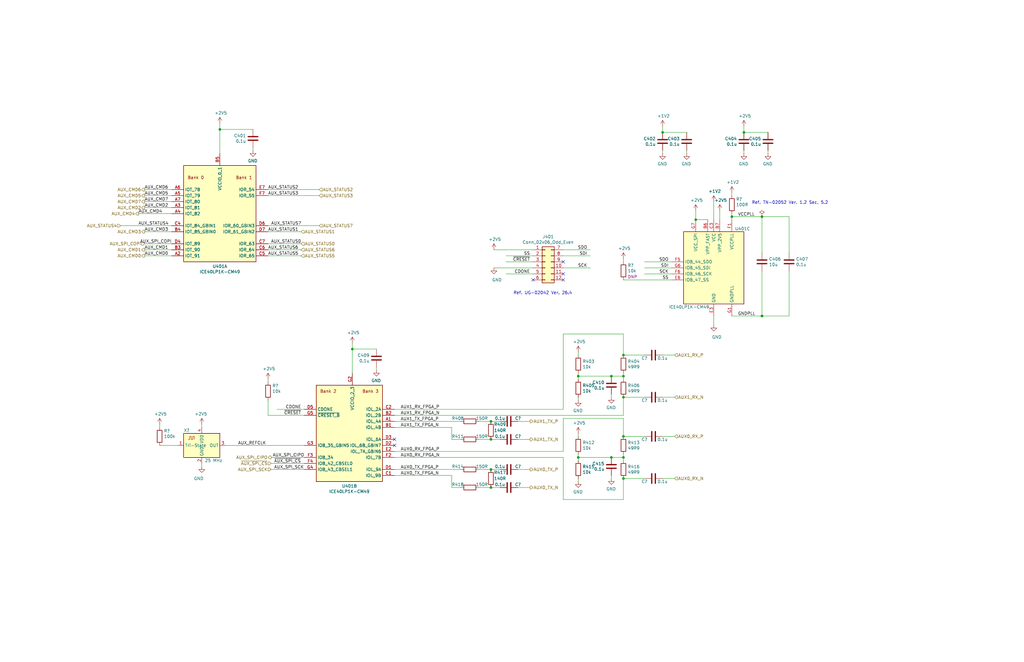
<source format=kicad_sch>
(kicad_sch (version 20230121) (generator eeschema)
  (paper "USLedger")
  (title_block (title "Gimlet Management Network Bringup") (date "2021-02-18") (rev "1") (company "Oxide Computer") (comment 1 "Oxide P/N: 230-0000003"))
  (lib_symbols
    (symbol "Oxide_FPGA_Lattice:ICE40LP1K-CM49"
      (property "Reference" "U" (at -13.97 21.59 0))
      (property "Value" "ICE40LP1K-CM49" (at 10.16 21.59 0))
      (symbol "ICE40LP1K-CM49_1_0"
        (text "Bank 0" (at -10.16 15.24 0) (effects (font (size 1.27 1.27))))
        (text "Bank 1" (at 10.16 15.24 0) (effects (font (size 1.27 1.27))))
      )
      (symbol "ICE40LP1K-CM49_1_1"
        (rectangle (start -15.24 20.32) (end 15.24 -20.32) (stroke (width 0.254)) (fill (type background)))
        (pin bidirectional line (at -20.32 -17.78 0) (length 5.08) (name "IOT_91") (number "A2"))
        (pin bidirectional line (at -20.32 2.54 0) (length 5.08) (name "IOT_81") (number "A3"))
        (pin bidirectional line (at -20.32 0 0) (length 5.08) (name "IOT_82") (number "A4"))
        (pin bidirectional line (at -20.32 7.62 0) (length 5.08) (name "IOT_79") (number "A5"))
        (pin bidirectional line (at -20.32 10.16 0) (length 5.08) (name "IOT_78") (number "A6"))
        (pin bidirectional line (at -20.32 5.08 0) (length 5.08) (name "IOT_80") (number "A7"))
        (pin bidirectional line (at -20.32 -15.24 0) (length 5.08) (name "IOT_90") (number "B3"))
        (pin bidirectional line (at -20.32 -7.62 0) (length 5.08) (name "IOT_85_GBIN0") (number "B4"))
        (pin power_in line (at 0 25.4 270) (length 5.08) (name "VCCIO_0_1") (number "B5"))
        (pin bidirectional line (at -20.32 -5.08 0) (length 5.08) (name "IOT_84_GBIN1") (number "C4"))
        (pin bidirectional line (at 20.32 -17.78 180) (length 5.08) (name "IOR_65") (number "C5"))
        (pin bidirectional line (at 20.32 -15.24 180) (length 5.08) (name "IOR_64") (number "C6"))
        (pin bidirectional line (at 20.32 -12.7 180) (length 5.08) (name "IOR_63") (number "C7"))
        (pin bidirectional line (at -20.32 -12.7 0) (length 5.08) (name "IOT_89") (number "D4"))
        (pin bidirectional line (at 20.32 -5.08 180) (length 5.08) (name "IOR_60_GBIN3") (number "D6"))
        (pin bidirectional line (at 20.32 -7.62 180) (length 5.08) (name "IOR_61_GBIN2") (number "D7"))
        (pin bidirectional line (at 20.32 10.16 180) (length 5.08) (name "IOR_54") (number "E7"))
        (pin bidirectional line (at 20.32 7.62 180) (length 5.08) (name "IOR_55") (number "F7"))
      )
      (symbol "ICE40LP1K-CM49_2_0"
        (rectangle (start -15.24 20.32) (end 12.7 -20.32) (stroke (width 0.254)) (fill (type background)))
        (text "Bank 2" (at -10.16 17.78 0) (effects (font (size 1.27 1.27))))
        (text "Bank 3" (at 7.62 17.78 0) (effects (font (size 1.27 1.27))))
      )
      (symbol "ICE40LP1K-CM49_2_1"
        (pin bidirectional line (at 17.78 5.08 180) (length 5.08) (name "IOL_4A") (number "A1"))
        (pin bidirectional line (at 17.78 2.54 180) (length 5.08) (name "IOL_4B") (number "B1"))
        (pin bidirectional line (at 17.78 7.62 180) (length 5.08) (name "IOL_2B") (number "B2"))
        (pin bidirectional line (at 17.78 -17.78 180) (length 5.08) (name "IOL_9B") (number "C1"))
        (pin bidirectional line (at 17.78 10.16 180) (length 5.08) (name "IOL_2A") (number "C2"))
        (pin bidirectional line (at 17.78 -15.24 180) (length 5.08) (name "IOL_9A") (number "D1"))
        (pin bidirectional line (at 17.78 -5.08 180) (length 5.08) (name "IOL_6B_GBIN7") (number "D2"))
        (pin bidirectional line (at 17.78 -2.54 180) (length 5.08) (name "IOL_6A") (number "D3"))
        (pin open_collector line (at -20.32 10.16 0) (length 5.08) (name "CDONE") (number "D5"))
        (pin bidirectional line (at 17.78 -7.62 180) (length 5.08) (name "IOL_7A_GBIN6") (number "E2"))
        (pin bidirectional line (at 17.78 -10.16 180) (length 5.08) (name "IOL_7B") (number "F2"))
        (pin bidirectional line (at -20.32 -10.16 0) (length 5.08) (name "IOB_34") (number "F3"))
        (pin bidirectional line (at -20.32 -12.7 0) (length 5.08) (name "IOB_42_CBSEL0") (number "F4"))
        (pin power_in line (at 0 25.4 270) (length 5.08) (name "VCCIO_2_3") (number "G2"))
        (pin bidirectional line (at -20.32 -5.08 0) (length 5.08) (name "IOB_35_GBIN5") (number "G3"))
        (pin bidirectional line (at -20.32 -15.24 0) (length 5.08) (name "IOB_43_CBSEL1") (number "G4"))
        (pin input line (at -20.32 7.62 0) (length 5.08) (name "~{CRESET_B}") (number "G5"))
      )
      (symbol "ICE40LP1K-CM49_3_0"
        (rectangle (start -12.7 15.24) (end 12.7 -15.24) (stroke (width 0.254)) (fill (type background)))
      )
      (symbol "ICE40LP1K-CM49_3_1"
        (pin power_in line (at -2.54 20.32 270) (length 5.08) (name "VPP_FAST") (number "B6"))
        (pin power_in line (at 2.54 20.32 270) (length 5.08) (name "VPP_2V5") (number "B7"))
        (pin power_in line (at 0 20.32 270) (length 5.08) (name "VCC") (number "C3"))
        (pin passive line (at 0 20.32 270) (length 5.08) hide (name "VCC") (number "E1"))
        (pin power_in line (at 0 -20.32 90) (length 5.08) (name "GND") (number "E3"))
        (pin passive line (at 0 -20.32 90) (length 5.08) hide (name "GND") (number "E4"))
        (pin passive line (at 0 -20.32 90) (length 5.08) hide (name "GND") (number "E5"))
        (pin bidirectional line (at -17.78 -5.08 0) (length 5.08) (name "IOB_47_SS") (number "E6"))
        (pin power_in line (at 7.62 20.32 270) (length 5.08) (name "VCCPLL") (number "F1"))
        (pin bidirectional line (at -17.78 2.54 0) (length 5.08) (name "IOB_44_SDO") (number "F5"))
        (pin bidirectional line (at -17.78 -2.54 0) (length 5.08) (name "IOB_46_SCK") (number "F6"))
        (pin power_out line (at 7.62 -20.32 90) (length 5.08) (name "GNDPLL") (number "G1"))
        (pin bidirectional line (at -17.78 0 0) (length 5.08) (name "IOB_45_SDI") (number "G6"))
        (pin power_in line (at -7.62 20.32 270) (length 5.08) (name "VCC_SPI") (number "G7"))
      )
    )
    (symbol "gimlet-mgmt-bringup-rescue:+1V2-power" (power) (pin_names (offset 0))
      (property "Value" "+1V2-power" (at 0 3.556 0))
      (symbol "+1V2-power_0_1"
        (polyline (pts (xy -0.762 1.27) (xy 0 2.54)))
        (polyline (pts (xy 0 0) (xy 0 2.54)))
        (polyline (pts (xy 0 2.54) (xy 0.762 1.27)))
      )
      (symbol "+1V2-power_1_1"
        (pin power_in line (at 0 0 90) (length 0) hide (name "+1V2") (number "1"))
      )
    )
    (symbol "gimlet-mgmt-bringup-rescue:+2V5-power" (power) (pin_names (offset 0))
      (property "Value" "+2V5-power" (at 0 3.556 0))
      (symbol "+2V5-power_0_1"
        (polyline (pts (xy -0.762 1.27) (xy 0 2.54)))
        (polyline (pts (xy 0 0) (xy 0 2.54)))
        (polyline (pts (xy 0 2.54) (xy 0.762 1.27)))
      )
      (symbol "+2V5-power_1_1"
        (pin power_in line (at 0 0 90) (length 0) hide (name "+2V5") (number "1"))
      )
    )
    (symbol "gimlet-mgmt-bringup-rescue:ASCO-Oscillator"
      (property "Reference" "X" (at -7.62 6.35 0))
      (property "Value" "Oscillator_ASCO" (at 1.27 -6.35 0))
      (symbol "ASCO-Oscillator_0_1"
        (rectangle (start -7.62 5.08) (end 7.62 -5.08) (stroke (width 0.254)) (fill (type background)))
        (polyline (pts (xy -5.715 2.54) (xy -5.08 2.54) (xy -5.08 3.81) (xy -4.445 3.81) (xy -4.445 2.54) (xy -3.81 2.54) (xy -3.81 3.81) (xy -3.175 3.81) (xy -3.175 2.54)))
      )
      (symbol "ASCO-Oscillator_1_1"
        (pin tri_state line (at -10.16 0 0) (length 2.54) (name "Tri-State") (number "1"))
        (pin power_in line (at 0 -7.62 90) (length 2.54) (name "GND") (number "2"))
        (pin output line (at 10.16 0 180) (length 2.54) (name "OUT") (number "3"))
        (pin power_in line (at 0 7.62 270) (length 2.54) (name "VDD") (number "4"))
      )
    )
    (symbol "gimlet-mgmt-bringup-rescue:C-Device" (pin_numbers hide) (pin_names (offset 0.254))
      (property "Reference" "C" (at 0.635 2.54 0))
      (property "Value" "Device_C" (at 0.635 -2.54 0))
      (symbol "C-Device_0_1"
        (polyline (pts (xy -2.032 -0.762) (xy 2.032 -0.762)) (stroke (width 0.508)))
        (polyline (pts (xy -2.032 0.762) (xy 2.032 0.762)) (stroke (width 0.508)))
      )
      (symbol "C-Device_1_1"
        (pin passive line (at 0 3.81 270) (length 2.794) (name "~") (number "1"))
        (pin passive line (at 0 -3.81 90) (length 2.794) (name "~") (number "2"))
      )
    )
    (symbol "gimlet-mgmt-bringup-rescue:Conn_02x06_Top_Bottom-Connector_Generic" (pin_names (offset 1.016) hide)
      (property "Reference" "J" (at 1.27 7.62 0))
      (property "Value" "Connector_Generic_Conn_02x06_Top_Bottom" (at 1.27 -10.16 0))
      (symbol "Conn_02x06_Top_Bottom-Connector_Generic_1_1"
        (rectangle (start -1.27 -7.493) (end 0 -7.747) (stroke (width 0.1524)))
        (rectangle (start -1.27 -4.953) (end 0 -5.207) (stroke (width 0.1524)))
        (rectangle (start -1.27 -2.413) (end 0 -2.667) (stroke (width 0.1524)))
        (rectangle (start -1.27 0.127) (end 0 -0.127) (stroke (width 0.1524)))
        (rectangle (start -1.27 2.667) (end 0 2.413) (stroke (width 0.1524)))
        (rectangle (start -1.27 5.207) (end 0 4.953) (stroke (width 0.1524)))
        (rectangle (start -1.27 6.35) (end 3.81 -8.89) (stroke (width 0.254)) (fill (type background)))
        (rectangle (start 3.81 -7.493) (end 2.54 -7.747) (stroke (width 0.1524)))
        (rectangle (start 3.81 -4.953) (end 2.54 -5.207) (stroke (width 0.1524)))
        (rectangle (start 3.81 -2.413) (end 2.54 -2.667) (stroke (width 0.1524)))
        (rectangle (start 3.81 0.127) (end 2.54 -0.127) (stroke (width 0.1524)))
        (rectangle (start 3.81 2.667) (end 2.54 2.413) (stroke (width 0.1524)))
        (rectangle (start 3.81 5.207) (end 2.54 4.953) (stroke (width 0.1524)))
        (pin passive line (at -5.08 5.08 0) (length 3.81) (name "Pin_1") (number "1"))
        (pin passive line (at 7.62 -2.54 180) (length 3.81) (name "Pin_10") (number "10"))
        (pin passive line (at 7.62 -5.08 180) (length 3.81) (name "Pin_11") (number "11"))
        (pin passive line (at 7.62 -7.62 180) (length 3.81) (name "Pin_12") (number "12"))
        (pin passive line (at -5.08 2.54 0) (length 3.81) (name "Pin_2") (number "2"))
        (pin passive line (at -5.08 0 0) (length 3.81) (name "Pin_3") (number "3"))
        (pin passive line (at -5.08 -2.54 0) (length 3.81) (name "Pin_4") (number "4"))
        (pin passive line (at -5.08 -5.08 0) (length 3.81) (name "Pin_5") (number "5"))
        (pin passive line (at -5.08 -7.62 0) (length 3.81) (name "Pin_6") (number "6"))
        (pin passive line (at 7.62 5.08 180) (length 3.81) (name "Pin_7") (number "7"))
        (pin passive line (at 7.62 2.54 180) (length 3.81) (name "Pin_8") (number "8"))
        (pin passive line (at 7.62 0 180) (length 3.81) (name "Pin_9") (number "9"))
      )
    )
    (symbol "gimlet-mgmt-bringup-rescue:GND-power" (power) (pin_names (offset 0))
      (property "Value" "GND-power" (at 0 -3.81 0))
      (symbol "GND-power_0_1"
        (polyline (pts (xy 0 0) (xy 0 -1.27) (xy 1.27 -1.27) (xy 0 -2.54) (xy -1.27 -1.27) (xy 0 -1.27)))
      )
      (symbol "GND-power_1_1"
        (pin power_in line (at 0 0 270) (length 0) hide (name "GND") (number "1"))
      )
    )
    (symbol "gimlet-mgmt-bringup-rescue:PWR_FLAG-power" (power) (pin_numbers hide) (pin_names (offset 0) hide)
      (property "Value" "PWR_FLAG-power" (at 0 3.81 0))
      (symbol "PWR_FLAG-power_0_0"
        (pin power_out line (at 0 0 90) (length 0) (name "pwr") (number "1"))
      )
      (symbol "PWR_FLAG-power_0_1"
        (polyline (pts (xy 0 0) (xy 0 1.27) (xy -1.016 1.905) (xy 0 2.54) (xy 1.016 1.905) (xy 0 1.27)))
      )
    )
    (symbol "gimlet-mgmt-bringup-rescue:R-Device" (pin_numbers hide) (pin_names (offset 0))
      (property "Reference" "R" (at 2.032 0 90))
      (property "Value" "Device_R" (at 0 0 90))
      (symbol "R-Device_0_1"
        (rectangle (start -1.016 -2.54) (end 1.016 2.54) (stroke (width 0.254)))
      )
      (symbol "R-Device_1_1"
        (pin passive line (at 0 3.81 270) (length 1.27) (name "~") (number "1"))
        (pin passive line (at 0 -3.81 90) (length 1.27) (name "~") (number "2"))
      )
    )
  )
  (junction (at 243.84 158.75))
  (junction (at 207.01 198.12))
  (junction (at 262.89 201.93))
  (junction (at 262.89 167.64))
  (junction (at 262.89 158.75))
  (junction (at 207.01 185.42))
  (junction (at 308.61 91.44))
  (junction (at 321.31 133.35))
  (junction (at 257.81 158.75))
  (junction (at 243.84 193.04))
  (junction (at 262.89 149.86))
  (junction (at 92.71 54.61))
  (junction (at 148.59 147.32))
  (junction (at 257.81 193.04))
  (junction (at 207.01 205.74))
  (junction (at 262.89 184.15))
  (junction (at 279.4 55.88))
  (junction (at 262.89 193.04))
  (junction (at 293.37 92.71))
  (junction (at 313.69 55.88))
  (junction (at 321.31 91.44))
  (junction (at 207.01 177.8))
  (no_connect (at 166.37 187.96))
  (no_connect (at 237.49 118.11))
  (no_connect (at 224.79 118.11))
  (no_connect (at 237.49 115.57))
  (no_connect (at 237.49 110.49))
  (no_connect (at 166.37 185.42))
  (wire (pts (xy 321.31 91.44) (xy 332.74 91.44)))
  (wire (pts (xy 243.84 168.91) (xy 243.84 167.64)))
  (wire (pts (xy 113.03 107.95) (xy 127 107.95)))
  (wire (pts (xy 237.49 210.82) (xy 262.89 210.82)))
  (wire (pts (xy 308.61 82.55) (xy 308.61 81.28)))
  (wire (pts (xy 237.49 172.72) (xy 237.49 140.97)))
  (wire (pts (xy 308.61 91.44) (xy 308.61 90.17)))
  (wire (pts (xy 248.92 113.03) (xy 237.49 113.03)))
  (wire (pts (xy 308.61 91.44) (xy 321.31 91.44)))
  (wire (pts (xy 113.03 97.79) (xy 127 97.79)))
  (wire (pts (xy 243.84 184.15) (xy 243.84 182.88)))
  (wire (pts (xy 213.36 107.95) (xy 224.79 107.95)))
  (wire (pts (xy 262.89 110.49) (xy 262.89 109.22)))
  (wire (pts (xy 201.93 205.74) (xy 207.01 205.74)))
  (wire (pts (xy 60.96 107.95) (xy 72.39 107.95)))
  (wire (pts (xy 128.27 195.58) (xy 114.3 195.58)))
  (wire (pts (xy 237.49 193.04) (xy 237.49 210.82)))
  (wire (pts (xy 321.31 133.35) (xy 308.61 133.35)))
  (wire (pts (xy 279.4 55.88) (xy 289.56 55.88)))
  (wire (pts (xy 58.42 90.17) (xy 72.39 90.17)))
  (wire (pts (xy 166.37 190.5) (xy 237.49 190.5)))
  (wire (pts (xy 243.84 193.04) (xy 243.84 191.77)))
  (wire (pts (xy 262.89 193.04) (xy 262.89 194.31)))
  (wire (pts (xy 92.71 52.07) (xy 92.71 54.61)))
  (wire (pts (xy 313.69 55.88) (xy 323.85 55.88)))
  (wire (pts (xy 308.61 92.71) (xy 308.61 91.44)))
  (wire (pts (xy 223.52 185.42) (xy 218.44 185.42)))
  (wire (pts (xy 114.3 193.04) (xy 128.27 193.04)))
  (wire (pts (xy 262.89 176.53) (xy 262.89 184.15)))
  (wire (pts (xy 289.56 64.77) (xy 289.56 63.5)))
  (wire (pts (xy 128.27 172.72) (xy 116.84 172.72)))
  (wire (pts (xy 332.74 133.35) (xy 332.74 114.3)))
  (wire (pts (xy 208.28 113.03) (xy 224.79 113.03)))
  (wire (pts (xy 106.68 63.5) (xy 106.68 62.23)))
  (wire (pts (xy 207.01 198.12) (xy 210.82 198.12)))
  (wire (pts (xy 284.48 167.64) (xy 279.4 167.64)))
  (wire (pts (xy 262.89 158.75) (xy 262.89 160.02)))
  (wire (pts (xy 190.5 180.34) (xy 190.5 185.42)))
  (wire (pts (xy 298.45 92.71) (xy 293.37 92.71)))
  (wire (pts (xy 166.37 180.34) (xy 190.5 180.34)))
  (wire (pts (xy 321.31 91.44) (xy 321.31 106.68)))
  (wire (pts (xy 148.59 147.32) (xy 148.59 157.48)))
  (wire (pts (xy 293.37 92.71) (xy 293.37 88.9)))
  (wire (pts (xy 85.09 196.85) (xy 85.09 195.58)))
  (wire (pts (xy 262.89 175.26) (xy 262.89 167.64)))
  (wire (pts (xy 60.96 80.01) (xy 72.39 80.01)))
  (wire (pts (xy 166.37 200.66) (xy 190.5 200.66)))
  (wire (pts (xy 60.96 85.09) (xy 72.39 85.09)))
  (wire (pts (xy 257.81 167.64) (xy 257.81 166.37)))
  (wire (pts (xy 166.37 177.8) (xy 194.31 177.8)))
  (wire (pts (xy 257.81 193.04) (xy 262.89 193.04)))
  (wire (pts (xy 300.99 92.71) (xy 300.99 85.09)))
  (wire (pts (xy 243.84 203.2) (xy 243.84 201.93)))
  (wire (pts (xy 60.96 97.79) (xy 72.39 97.79)))
  (wire (pts (xy 127 102.87) (xy 113.03 102.87)))
  (wire (pts (xy 323.85 64.77) (xy 323.85 63.5)))
  (wire (pts (xy 148.59 147.32) (xy 148.59 144.78)))
  (wire (pts (xy 60.96 87.63) (xy 72.39 87.63)))
  (wire (pts (xy 208.28 105.41) (xy 224.79 105.41)))
  (wire (pts (xy 243.84 158.75) (xy 243.84 157.48)))
  (wire (pts (xy 158.75 156.21) (xy 158.75 154.94)))
  (wire (pts (xy 166.37 172.72) (xy 237.49 172.72)))
  (wire (pts (xy 262.89 118.11) (xy 283.21 118.11)))
  (wire (pts (xy 158.75 147.32) (xy 148.59 147.32)))
  (wire (pts (xy 243.84 160.02) (xy 243.84 158.75)))
  (wire (pts (xy 262.89 167.64) (xy 271.78 167.64)))
  (wire (pts (xy 262.89 210.82) (xy 262.89 201.93)))
  (wire (pts (xy 92.71 54.61) (xy 92.71 64.77)))
  (wire (pts (xy 283.21 110.49) (xy 271.78 110.49)))
  (wire (pts (xy 279.4 149.86) (xy 284.48 149.86)))
  (wire (pts (xy 113.03 161.29) (xy 113.03 160.02)))
  (wire (pts (xy 237.49 107.95) (xy 248.92 107.95)))
  (wire (pts (xy 213.36 110.49) (xy 224.79 110.49)))
  (wire (pts (xy 134.62 82.55) (xy 113.03 82.55)))
  (wire (pts (xy 283.21 115.57) (xy 271.78 115.57)))
  (wire (pts (xy 201.93 177.8) (xy 207.01 177.8)))
  (wire (pts (xy 262.89 191.77) (xy 262.89 193.04)))
  (wire (pts (xy 134.62 95.25) (xy 113.03 95.25)))
  (wire (pts (xy 60.96 105.41) (xy 72.39 105.41)))
  (wire (pts (xy 218.44 198.12) (xy 223.52 198.12)))
  (wire (pts (xy 262.89 149.86) (xy 271.78 149.86)))
  (wire (pts (xy 332.74 91.44) (xy 332.74 106.68)))
  (wire (pts (xy 237.49 190.5) (xy 237.49 176.53)))
  (wire (pts (xy 166.37 193.04) (xy 237.49 193.04)))
  (wire (pts (xy 257.81 158.75) (xy 262.89 158.75)))
  (wire (pts (xy 60.96 102.87) (xy 72.39 102.87)))
  (wire (pts (xy 85.09 180.34) (xy 85.09 179.07)))
  (wire (pts (xy 207.01 177.8) (xy 210.82 177.8)))
  (wire (pts (xy 279.4 184.15) (xy 284.48 184.15)))
  (wire (pts (xy 67.31 180.34) (xy 67.31 179.07)))
  (wire (pts (xy 166.37 198.12) (xy 194.31 198.12)))
  (wire (pts (xy 279.4 64.77) (xy 279.4 63.5)))
  (wire (pts (xy 113.03 175.26) (xy 113.03 168.91)))
  (wire (pts (xy 262.89 201.93) (xy 271.78 201.93)))
  (wire (pts (xy 201.93 198.12) (xy 207.01 198.12)))
  (wire (pts (xy 313.69 64.77) (xy 313.69 63.5)))
  (wire (pts (xy 243.84 193.04) (xy 257.81 193.04)))
  (wire (pts (xy 134.62 80.01) (xy 113.03 80.01)))
  (wire (pts (xy 300.99 137.16) (xy 300.99 133.35)))
  (wire (pts (xy 67.31 187.96) (xy 74.93 187.96)))
  (wire (pts (xy 321.31 133.35) (xy 332.74 133.35)))
  (wire (pts (xy 207.01 205.74) (xy 210.82 205.74)))
  (wire (pts (xy 321.31 114.3) (xy 321.31 133.35)))
  (wire (pts (xy 237.49 140.97) (xy 262.89 140.97)))
  (wire (pts (xy 113.03 105.41) (xy 127 105.41)))
  (wire (pts (xy 284.48 201.93) (xy 279.4 201.93)))
  (wire (pts (xy 243.84 149.86) (xy 243.84 148.59)))
  (wire (pts (xy 201.93 185.42) (xy 207.01 185.42)))
  (wire (pts (xy 271.78 113.03) (xy 283.21 113.03)))
  (wire (pts (xy 207.01 185.42) (xy 210.82 185.42)))
  (wire (pts (xy 237.49 176.53) (xy 262.89 176.53)))
  (wire (pts (xy 262.89 140.97) (xy 262.89 149.86)))
  (wire (pts (xy 243.84 194.31) (xy 243.84 193.04)))
  (wire (pts (xy 113.03 175.26) (xy 128.27 175.26)))
  (wire (pts (xy 257.81 201.93) (xy 257.81 200.66)))
  (wire (pts (xy 60.96 82.55) (xy 72.39 82.55)))
  (wire (pts (xy 190.5 185.42) (xy 194.31 185.42)))
  (wire (pts (xy 243.84 158.75) (xy 257.81 158.75)))
  (wire (pts (xy 303.53 88.9) (xy 303.53 92.71)))
  (wire (pts (xy 279.4 55.88) (xy 279.4 53.34)))
  (wire (pts (xy 262.89 157.48) (xy 262.89 158.75)))
  (wire (pts (xy 313.69 55.88) (xy 313.69 53.34)))
  (wire (pts (xy 166.37 175.26) (xy 262.89 175.26)))
  (wire (pts (xy 50.8 95.25) (xy 72.39 95.25)))
  (wire (pts (xy 95.25 187.96) (xy 128.27 187.96)))
  (wire (pts (xy 106.68 54.61) (xy 92.71 54.61)))
  (wire (pts (xy 190.5 200.66) (xy 190.5 205.74)))
  (wire (pts (xy 224.79 115.57) (xy 213.36 115.57)))
  (wire (pts (xy 248.92 105.41) (xy 237.49 105.41)))
  (wire (pts (xy 223.52 205.74) (xy 218.44 205.74)))
  (wire (pts (xy 218.44 177.8) (xy 223.52 177.8)))
  (wire (pts (xy 128.27 198.12) (xy 114.3 198.12)))
  (wire (pts (xy 262.89 184.15) (xy 271.78 184.15)))
  (wire (pts (xy 190.5 205.74) (xy 194.31 205.74)))
  (text "Ref. TN-02052 Ver. 1.2 Sec. 5.2" (at 349.25 86.36 0) (effects (font (size 1.27 1.27)) (justify right bottom)))
  (text "Ref. UG-02042 Ver. 26.4" (at 241.3 124.46 0) (effects (font (size 1.27 1.27)) (justify right bottom)))
  (label "AUX0_RX_FPGA_P" (at 168.91 190.5 0))
  (label "~{CRESET}" (at 127 175.26 180))
  (label "AUX1_RX_FPGA_N" (at 168.91 175.26 0))
  (label "AUX_CMD6" (at 60.96 80.01 0))
  (label "AUX_CMD3" (at 60.96 97.79 0))
  (label "AUX_CMD7" (at 60.96 85.09 0))
  (label "GNDPLL" (at 311.15 133.35 0))
  (label "SCK" (at 281.94 115.57 180))
  (label "AUX1_TX_FPGA_P" (at 168.91 177.8 0))
  (label "CDONE" (at 223.52 115.57 180))
  (label "AUX1_RX_FPGA_P" (at 168.91 172.72 0))
  (label "AUX_STATUS6" (at 113.03 105.41 0))
  (label "AUX_STATUS4" (at 71.12 95.25 180))
  (label "AUX_STATUS5" (at 113.03 107.95 0))
  (label "AUX_REFCLK" (at 100.33 187.96 0))
  (label "AUX1_TX_FPGA_N" (at 168.91 180.34 0))
  (label "VCCPLL" (at 311.15 91.44 0))
  (label "AUX0_TX_FPGA_P" (at 168.91 198.12 0))
  (label "SDO" (at 247.65 105.41 180))
  (label "SDI" (at 247.65 107.95 180))
  (label "AUX0_RX_FPGA_N" (at 168.91 193.04 0))
  (label "AUX_STATUS2" (at 113.03 80.01 0))
  (label "AUX_CMD5" (at 60.96 82.55 0))
  (label "SS" (at 281.94 118.11 180))
  (label "SDI" (at 281.94 113.03 180))
  (label "AUX_SPI_CIPO" (at 128.27 193.04 180))
  (label "AUX_STATUS7" (at 114.3 95.25 0))
  (label "AUX_CMD1" (at 60.96 105.41 0))
  (label "AUX_STATUS3" (at 113.03 82.55 0))
  (label "AUX_CMD4" (at 58.42 90.17 0))
  (label "~{AUX_SPI_CS}" (at 115.57 195.58 0))
  (label "AUX_SPI_COPI" (at 72.39 102.87 180))
  (label "AUX_CMD2" (at 60.96 87.63 0))
  (label "SDO" (at 281.94 110.49 180))
  (label "AUX_STATUS1" (at 113.03 97.79 0))
  (label "AUX_SPI_SCK" (at 115.57 198.12 0))
  (label "AUX_CMD0" (at 60.96 107.95 0))
  (label "CDONE" (at 127 172.72 180))
  (label "AUX0_TX_FPGA_N" (at 168.91 200.66 0))
  (label "AUX_STATUS0" (at 127 102.87 180))
  (label "SCK" (at 247.65 113.03 180))
  (label "~{CRESET}" (at 223.52 110.49 180))
  (label "SS" (at 223.52 107.95 180))
  (hierarchical_label "AUX_CMD1" (shape output) (at 60.96 105.41 180))
  (hierarchical_label "AUX0_RX_N" (shape input) (at 284.48 201.93 0))
  (hierarchical_label "AUX_CMD2" (shape output) (at 60.96 87.63 180))
  (hierarchical_label "AUX1_RX_P" (shape input) (at 284.48 149.86 0))
  (hierarchical_label "AUX1_RX_N" (shape input) (at 284.48 167.64 0))
  (hierarchical_label "AUX_SPI_COPI" (shape input) (at 60.96 102.87 180))
  (hierarchical_label "AUX_CMD3" (shape output) (at 60.96 97.79 180))
  (hierarchical_label "AUX0_RX_P" (shape input) (at 284.48 184.15 0))
  (hierarchical_label "AUX_STATUS5" (shape input) (at 127 107.95 0))
  (hierarchical_label "AUX_STATUS3" (shape input) (at 134.62 82.55 0))
  (hierarchical_label "AUX_CMD4" (shape output) (at 58.42 90.17 180))
  (hierarchical_label "AUX_STATUS2" (shape input) (at 134.62 80.01 0))
  (hierarchical_label "AUX_SPI_SCK" (shape input) (at 114.3 198.12 180))
  (hierarchical_label "AUX_STATUS6" (shape input) (at 127 105.41 0))
  (hierarchical_label "AUX_CMD0" (shape output) (at 60.96 107.95 180))
  (hierarchical_label "AUX_CMD6" (shape output) (at 60.96 80.01 180))
  (hierarchical_label "AUX_CMD5" (shape output) (at 60.96 82.55 180))
  (hierarchical_label "AUX1_TX_P" (shape output) (at 223.52 177.8 0))
  (hierarchical_label "AUX_STATUS0" (shape input) (at 127 102.87 0))
  (hierarchical_label "AUX_STATUS7" (shape input) (at 134.62 95.25 0))
  (hierarchical_label "AUX_CMD7" (shape output) (at 60.96 85.09 180))
  (hierarchical_label "AUX_STATUS1" (shape input) (at 127 97.79 0))
  (hierarchical_label "~{AUX_SPI_CS}" (shape input) (at 114.3 195.58 180))
  (hierarchical_label "AUX_STATUS4" (shape input) (at 50.8 95.25 180))
  (hierarchical_label "AUX1_TX_N" (shape output) (at 223.52 185.42 0))
  (hierarchical_label "AUX_SPI_CIPO" (shape output) (at 114.3 193.04 180))
  (hierarchical_label "AUX0_TX_P" (shape output) (at 223.52 198.12 0))
  (hierarchical_label "AUX0_TX_N" (shape output) (at 223.52 205.74 0))
  (symbol (lib_id "Oxide_FPGA_Lattice:ICE40LP1K-CM49") (at 92.71 90.17 0) (unit 1)
    (property "Reference" "U401" (at 92.71 112.395 0))
    (property "Value" "ICE40LP1K-CM49" (at 92.71 114.7064 0))
    (property "Footprint" "Package_BGA:UCBGA-49_3x3mm_Layout7x7_P0.4mm" (effects hide))
    (property "Datasheet" "http://www.latticesemi.com/Products/FPGAandCPLD/iCE40" (effects hide))
    (property "MPN" "ICE40LP1K-CM49" (effects hide))
    (property "CPN" "221-0000051" (effects hide))
    (property "Mfg" "Lattice Semiconductor" (effects hide))
  )
  (symbol (lib_id "Oxide_FPGA_Lattice:ICE40LP1K-CM49") (at 148.59 182.88 0) (unit 2)
    (property "Reference" "U401" (at 147.32 205.105 0))
    (property "Value" "ICE40LP1K-CM49" (at 147.32 207.4164 0))
    (property "Footprint" "Package_BGA:UCBGA-49_3x3mm_Layout7x7_P0.4mm" (effects hide))
    (property "Datasheet" "http://www.latticesemi.com/Products/FPGAandCPLD/iCE40" (effects hide))
    (property "MPN" "ICE40LP1K-CM49" (effects hide))
    (property "CPN" "221-0000051" (effects hide))
    (property "Mfg" "Lattice Semiconductor" (effects hide))
  )
  (symbol (lib_id "Oxide_FPGA_Lattice:ICE40LP1K-CM49") (at 300.99 113.03 0) (unit 3)
    (property "Reference" "U401" (at 309.88 96.52 0) (effects (justify left)))
    (property "Value" "ICE40LP1K-CM49" (at 281.94 129.54 0) (effects (justify left)))
    (property "Footprint" "Package_BGA:UCBGA-49_3x3mm_Layout7x7_P0.4mm" (effects hide))
    (property "Datasheet" "http://www.latticesemi.com/Products/FPGAandCPLD/iCE40" (effects hide))
    (property "MPN" "ICE40LP1K-CM49" (effects hide))
    (property "CPN" "221-0000051" (effects hide))
    (property "Mfg" "Lattice Semiconductor" (effects hide))
  )
  (symbol (lib_id "gimlet-mgmt-bringup-rescue:R-Device") (at 198.12 185.42 270) (unit 1)
    (property "Reference" "R411" (at 193.04 184.15 90))
    (property "Value" "150R" (at 203.2 184.15 90))
    (property "Footprint" "Resistor_SMD:R_0603_1608Metric" (effects hide))
    (property "MPN" "CR0603-FX-1500ELF" (effects hide))
    (property "Tolerance" "1%" (effects hide))
    (property "CPN" "232-0000094" (effects hide))
    (property "Mfg" "Bourns" (effects hide))
  )
  (symbol (lib_id "gimlet-mgmt-bringup-rescue:R-Device") (at 198.12 177.8 270) (unit 1)
    (property "Reference" "R408" (at 193.04 176.53 90))
    (property "Value" "150R" (at 203.2 176.53 90))
    (property "Footprint" "Resistor_SMD:R_0603_1608Metric" (effects hide))
    (property "MPN" "CR0603-FX-1500ELF" (effects hide))
    (property "Tolerance" "1%" (effects hide))
    (property "CPN" "232-0000094" (effects hide))
    (property "Mfg" "Bourns" (effects hide))
  )
  (symbol (lib_id "gimlet-mgmt-bringup-rescue:R-Device") (at 207.01 181.61 0) (unit 1)
    (property "Reference" "R409" (at 208.28 179.07 0) (effects (justify left)))
    (property "Value" "140R" (at 208.28 181.61 0) (effects (justify left)))
    (property "Footprint" "Resistor_SMD:R_0603_1608Metric" (effects hide))
    (property "MPN" "CR0603-FX-1400ELF" (effects hide))
    (property "Tolerance" "1%" (effects hide))
    (property "CPN" "232-0000093" (effects hide))
    (property "Mfg" "Bourns" (effects hide))
  )
  (symbol (lib_id "gimlet-mgmt-bringup-rescue:GND-power") (at 300.99 137.16 0) (unit 1)
    (property "Reference" "#PWR0416" (effects hide))
    (property "Value" "GND" (at 302.26 142.24 0))
    (instances (project "gimlet-mgmt-bringup" (path "" (reference "#PWR0416") (unit 1)) (path "" (reference "#PWR?") (unit 1))))
  )
  (symbol (lib_id "gimlet-mgmt-bringup-rescue:+2V5-power") (at 148.59 144.78 0) (unit 1)
    (property "Reference" "#PWR0417" (effects hide))
    (property "Value" "+2V5" (at 148.971 140.3858 0))
    (instances (project "gimlet-mgmt-bringup" (path "" (reference "#PWR0417") (unit 1)) (path "" (reference "#PWR?") (unit 1))))
  )
  (symbol (lib_id "gimlet-mgmt-bringup-rescue:+2V5-power") (at 92.71 52.07 0) (unit 1)
    (property "Reference" "#PWR0401" (effects hide))
    (property "Value" "+2V5" (at 93.091 47.6758 0))
    (instances (project "gimlet-mgmt-bringup" (path "" (reference "#PWR0401") (unit 1)) (path "" (reference "#PWR?") (unit 1))))
  )
  (symbol (lib_id "gimlet-mgmt-bringup-rescue:+1V2-power") (at 308.61 81.28 0) (unit 1)
    (property "Reference" "#PWR0409" (effects hide))
    (property "Value" "+1V2" (at 308.991 76.8858 0))
    (instances (project "gimlet-mgmt-bringup" (path "" (reference "#PWR0409") (unit 1)) (path "" (reference "#PWR?") (unit 1))))
  )
  (symbol (lib_id "gimlet-mgmt-bringup-rescue:+1V2-power") (at 300.99 85.09 0) (unit 1)
    (property "Reference" "#PWR0410" (effects hide))
    (property "Value" "+1V2" (at 301.371 80.6958 0))
    (instances (project "gimlet-mgmt-bringup" (path "" (reference "#PWR0410") (unit 1)) (path "" (reference "#PWR?") (unit 1))))
  )
  (symbol (lib_id "gimlet-mgmt-bringup-rescue:+2V5-power") (at 303.53 88.9 0) (unit 1)
    (property "Reference" "#PWR0412" (effects hide))
    (property "Value" "+2V5" (at 303.911 84.5058 0))
    (instances (project "gimlet-mgmt-bringup" (path "" (reference "#PWR0412") (unit 1)) (path "" (reference "#PWR?") (unit 1))))
  )
  (symbol (lib_id "gimlet-mgmt-bringup-rescue:+2V5-power") (at 293.37 88.9 0) (unit 1)
    (property "Reference" "#PWR0411" (effects hide))
    (property "Value" "+2V5" (at 293.751 84.5058 0))
    (instances (project "gimlet-mgmt-bringup" (path "" (reference "#PWR0411") (unit 1)) (path "" (reference "#PWR?") (unit 1))))
  )
  (symbol (lib_id "gimlet-mgmt-bringup-rescue:C-Device") (at 321.31 110.49 0) (unit 1)
    (property "Reference" "C406" (at 324.231 109.3216 0) (effects (justify left)))
    (property "Value" "10u" (at 324.231 111.633 0) (effects (justify left)))
    (property "Footprint" "Capacitor_SMD:C_0805_2012Metric" (effects hide))
    (property "MPN" "C0805C106K3PACTU" (effects hide))
    (property "CPN" "212-0000155" (effects hide))
    (property "Mfg" "Kemet" (effects hide))
    (instances (project "gimlet-mgmt-bringup" (path "" (reference "C406") (unit 1)) (path "" (reference "C?") (unit 1))))
  )
  (symbol (lib_id "gimlet-mgmt-bringup-rescue:C-Device") (at 332.74 110.49 0) (unit 1)
    (property "Reference" "C407" (at 335.661 109.3216 0) (effects (justify left)))
    (property "Value" "0.1u" (at 335.661 111.633 0) (effects (justify left)))
    (property "Footprint" "Capacitor_SMD:C_0603_1608Metric" (effects hide))
    (property "MPN" "C0603C104K4PACTU " (effects hide))
    (property "CPN" "212-0000047" (effects hide))
    (property "Mfg" "Kemet" (effects hide))
    (instances (project "gimlet-mgmt-bringup" (path "" (reference "C407") (unit 1)) (path "" (reference "C?") (unit 1))))
  )
  (symbol (lib_id "gimlet-mgmt-bringup-rescue:R-Device") (at 308.61 86.36 0) (unit 1)
    (property "Reference" "R?" (at 310.388 84.0486 0) (effects (justify left)))
    (property "Value" "100R" (at 310.388 86.36 0) (effects (justify left)))
    (property "Footprint" "Resistor_SMD:R_0603_1608Metric" (effects hide))
    (property "MPN" "CR0603-JW-101ELF" (effects hide))
    (property "CPN" "232-0000035" (effects hide))
    (property "Mfg" "Bourns" (effects hide))
    (instances (project "gimlet-mgmt-bringup" (path "" (reference "R?") (unit 1)) (path "" (reference "R?") (unit 1)) (path "" (reference "R401") (unit 1))))
  )
  (symbol (lib_id "gimlet-mgmt-bringup-rescue:Conn_02x06_Top_Bottom-Connector_Generic") (at 229.87 110.49 0) (unit 1)
    (property "Reference" "J401" (at 231.14 99.8982 0))
    (property "Value" "Conn_02x06_Odd_Even" (at 231.14 102.2096 0))
    (property "Footprint" "Connector_PinHeader_2.54mm:PinHeader_2x06_P2.54mm_Vertical" (effects hide))
    (property "MPN" "77313-118-12LF" (effects hide))
    (property "CPN" "215-0000050" (effects hide))
    (property "Mfg" "Amphenol FCI" (effects hide))
  )
  (symbol (lib_id "gimlet-mgmt-bringup-rescue:GND-power") (at 208.28 113.03 0) (unit 1)
    (property "Reference" "#PWR0415" (effects hide))
    (property "Value" "GND" (at 209.55 118.11 0))
    (instances (project "gimlet-mgmt-bringup" (path "" (reference "#PWR0415") (unit 1)) (path "" (reference "#PWR?") (unit 1))))
  )
  (symbol (lib_id "gimlet-mgmt-bringup-rescue:+2V5-power") (at 208.28 105.41 0) (unit 1)
    (property "Reference" "#PWR0413" (effects hide))
    (property "Value" "+2V5" (at 208.661 101.0158 0))
    (instances (project "gimlet-mgmt-bringup" (path "" (reference "#PWR0413") (unit 1)) (path "" (reference "#PWR?") (unit 1))))
  )
  (symbol (lib_id "gimlet-mgmt-bringup-rescue:R-Device") (at 262.89 114.3 0) (unit 1)
    (property "Reference" "R?" (at 264.668 111.9886 0) (effects (justify left)))
    (property "Value" "10k" (at 264.668 114.3 0) (effects (justify left)))
    (property "Footprint" "Resistor_SMD:R_0603_1608Metric" (effects hide))
    (property "MPN" "CR0603-JW-103ELF" (effects hide))
    (property "Config" "DNP" (at 266.7 116.84 0))
    (property "CPN" "232-0000024" (effects hide))
    (property "Mfg" "Bourns" (effects hide))
    (instances (project "gimlet-mgmt-bringup" (path "" (reference "R?") (unit 1)) (path "" (reference "R?") (unit 1)) (path "" (reference "R402") (unit 1))))
  )
  (symbol (lib_id "gimlet-mgmt-bringup-rescue:+2V5-power") (at 262.89 109.22 0) (unit 1)
    (property "Reference" "#PWR0414" (effects hide))
    (property "Value" "+2V5" (at 263.271 104.8258 0))
    (instances (project "gimlet-mgmt-bringup" (path "" (reference "#PWR0414") (unit 1)) (path "" (reference "#PWR?") (unit 1))))
  )
  (symbol (lib_id "gimlet-mgmt-bringup-rescue:C-Device") (at 313.69 59.69 0) (mirror y) (unit 1)
    (property "Reference" "C404" (at 310.769 58.5216 0) (effects (justify left)))
    (property "Value" "0.1u" (at 310.769 60.833 0) (effects (justify left)))
    (property "Footprint" "Capacitor_SMD:C_0603_1608Metric" (effects hide))
    (property "MPN" "C0603C104K4PACTU " (effects hide))
    (property "CPN" "212-0000047" (effects hide))
    (property "Mfg" "Kemet" (effects hide))
    (instances (project "gimlet-mgmt-bringup" (path "" (reference "C404") (unit 1)) (path "" (reference "C?") (unit 1))))
  )
  (symbol (lib_id "gimlet-mgmt-bringup-rescue:GND-power") (at 313.69 64.77 0) (mirror y) (unit 1)
    (property "Reference" "#PWR0407" (effects hide))
    (property "Value" "GND" (at 313.563 69.1642 0))
    (instances (project "gimlet-mgmt-bringup" (path "" (reference "#PWR0407") (unit 1)) (path "" (reference "#PWR?") (unit 1))))
  )
  (symbol (lib_id "gimlet-mgmt-bringup-rescue:C-Device") (at 323.85 59.69 0) (mirror y) (unit 1)
    (property "Reference" "C405" (at 320.929 58.5216 0) (effects (justify left)))
    (property "Value" "0.1u" (at 320.929 60.833 0) (effects (justify left)))
    (property "Footprint" "Capacitor_SMD:C_0603_1608Metric" (effects hide))
    (property "MPN" "C0603C104K4PACTU " (effects hide))
    (property "CPN" "212-0000047" (effects hide))
    (property "Mfg" "Kemet" (effects hide))
    (instances (project "gimlet-mgmt-bringup" (path "" (reference "C405") (unit 1)) (path "" (reference "C?") (unit 1))))
  )
  (symbol (lib_id "gimlet-mgmt-bringup-rescue:GND-power") (at 323.85 64.77 0) (mirror y) (unit 1)
    (property "Reference" "#PWR0408" (effects hide))
    (property "Value" "GND" (at 323.723 69.1642 0))
    (instances (project "gimlet-mgmt-bringup" (path "" (reference "#PWR0408") (unit 1)) (path "" (reference "#PWR?") (unit 1))))
  )
  (symbol (lib_id "gimlet-mgmt-bringup-rescue:C-Device") (at 279.4 59.69 0) (mirror y) (unit 1)
    (property "Reference" "C402" (at 276.479 58.5216 0) (effects (justify left)))
    (property "Value" "0.1u" (at 276.479 60.833 0) (effects (justify left)))
    (property "Footprint" "Capacitor_SMD:C_0603_1608Metric" (effects hide))
    (property "MPN" "C0603C104K4PACTU " (effects hide))
    (property "CPN" "212-0000047" (effects hide))
    (property "Mfg" "Kemet" (effects hide))
    (instances (project "gimlet-mgmt-bringup" (path "" (reference "C402") (unit 1)) (path "" (reference "C?") (unit 1))))
  )
  (symbol (lib_id "gimlet-mgmt-bringup-rescue:GND-power") (at 279.4 64.77 0) (mirror y) (unit 1)
    (property "Reference" "#PWR0405" (effects hide))
    (property "Value" "GND" (at 279.273 69.1642 0))
    (instances (project "gimlet-mgmt-bringup" (path "" (reference "#PWR0405") (unit 1)) (path "" (reference "#PWR?") (unit 1))))
  )
  (symbol (lib_id "gimlet-mgmt-bringup-rescue:C-Device") (at 289.56 59.69 0) (mirror y) (unit 1)
    (property "Reference" "C403" (at 286.639 58.5216 0) (effects (justify left)))
    (property "Value" "0.1u" (at 286.639 60.833 0) (effects (justify left)))
    (property "Footprint" "Capacitor_SMD:C_0603_1608Metric" (effects hide))
    (property "MPN" "C0603C104K4PACTU " (effects hide))
    (property "CPN" "212-0000047" (effects hide))
    (property "Mfg" "Kemet" (effects hide))
    (instances (project "gimlet-mgmt-bringup" (path "" (reference "C403") (unit 1)) (path "" (reference "C?") (unit 1))))
  )
  (symbol (lib_id "gimlet-mgmt-bringup-rescue:GND-power") (at 289.56 64.77 0) (mirror y) (unit 1)
    (property "Reference" "#PWR0406" (effects hide))
    (property "Value" "GND" (at 289.433 69.1642 0))
    (instances (project "gimlet-mgmt-bringup" (path "" (reference "#PWR0406") (unit 1)) (path "" (reference "#PWR?") (unit 1))))
  )
  (symbol (lib_id "gimlet-mgmt-bringup-rescue:+2V5-power") (at 313.69 53.34 0) (unit 1)
    (property "Reference" "#PWR0403" (effects hide))
    (property "Value" "+2V5" (at 314.071 48.9458 0))
    (instances (project "gimlet-mgmt-bringup" (path "" (reference "#PWR0403") (unit 1)) (path "" (reference "#PWR?") (unit 1))))
  )
  (symbol (lib_id "gimlet-mgmt-bringup-rescue:+1V2-power") (at 279.4 53.34 0) (unit 1)
    (property "Reference" "#PWR0402" (effects hide))
    (property "Value" "+1V2" (at 279.781 48.9458 0))
    (instances (project "gimlet-mgmt-bringup" (path "" (reference "#PWR0402") (unit 1)) (path "" (reference "#PWR?") (unit 1))))
  )
  (symbol (lib_id "gimlet-mgmt-bringup-rescue:R-Device") (at 198.12 205.74 270) (unit 1)
    (property "Reference" "R418" (at 193.04 204.47 90))
    (property "Value" "150R" (at 203.2 204.47 90))
    (property "Footprint" "Resistor_SMD:R_0603_1608Metric" (effects hide))
    (property "MPN" "CR0603-FX-1500ELF" (effects hide))
    (property "Tolerance" "1%" (effects hide))
    (property "CPN" "232-0000094" (effects hide))
    (property "Mfg" "Bourns" (effects hide))
  )
  (symbol (lib_id "gimlet-mgmt-bringup-rescue:R-Device") (at 198.12 198.12 270) (unit 1)
    (property "Reference" "R414" (at 193.04 196.85 90))
    (property "Value" "150R" (at 203.2 196.85 90))
    (property "Footprint" "Resistor_SMD:R_0603_1608Metric" (effects hide))
    (property "MPN" "CR0603-FX-1500ELF" (effects hide))
    (property "Tolerance" "1%" (effects hide))
    (property "CPN" "232-0000094" (effects hide))
    (property "Mfg" "Bourns" (effects hide))
  )
  (symbol (lib_id "gimlet-mgmt-bringup-rescue:R-Device") (at 207.01 201.93 0) (unit 1)
    (property "Reference" "R417" (at 208.28 199.39 0) (effects (justify left)))
    (property "Value" "140R" (at 208.28 201.93 0) (effects (justify left)))
    (property "Footprint" "Resistor_SMD:R_0603_1608Metric" (effects hide))
    (property "MPN" "CR0603-FX-1400ELF" (effects hide))
    (property "Tolerance" "1%" (effects hide))
    (property "CPN" "232-0000093" (effects hide))
    (property "Mfg" "Bourns" (effects hide))
  )
  (symbol (lib_id "gimlet-mgmt-bringup-rescue:C-Device") (at 275.59 149.86 270) (mirror x) (unit 1)
    (property "Reference" "C?" (at 271.78 151.13 90))
    (property "Value" "0.1u" (at 279.4 151.13 90))
    (property "Footprint" "Capacitor_SMD:C_0603_1608Metric" (effects hide))
    (property "MPN" "C0603C104K4PACTU " (effects hide))
    (property "CPN" "212-0000047" (effects hide))
    (property "Mfg" "Kemet" (effects hide))
    (instances (project "gimlet-mgmt-bringup" (path "" (reference "C?") (unit 1)) (path "" (reference "C408") (unit 1)) (path "" (reference "C?") (unit 1)) (path "" (reference "C?") (unit 1))))
  )
  (symbol (lib_id "gimlet-mgmt-bringup-rescue:C-Device") (at 275.59 167.64 270) (mirror x) (unit 1)
    (property "Reference" "C?" (at 271.78 168.91 90))
    (property "Value" "0.1u" (at 279.4 168.91 90))
    (property "Footprint" "Capacitor_SMD:C_0603_1608Metric" (effects hide))
    (property "MPN" "C0603C104K4PACTU " (effects hide))
    (property "CPN" "212-0000047" (effects hide))
    (property "Mfg" "Kemet" (effects hide))
    (instances (project "gimlet-mgmt-bringup" (path "" (reference "C?") (unit 1)) (path "" (reference "C411") (unit 1)) (path "" (reference "C?") (unit 1)) (path "" (reference "C?") (unit 1))))
  )
  (symbol (lib_id "gimlet-mgmt-bringup-rescue:R-Device") (at 262.89 153.67 0) (unit 1)
    (property "Reference" "R404" (at 264.668 152.5016 0) (effects (justify left)))
    (property "Value" "49R9" (at 264.668 154.813 0) (effects (justify left)))
    (property "Footprint" "Resistor_SMD:R_0603_1608Metric" (effects hide))
    (property "MPN" "CR0603-FX-49R9ELF" (effects hide))
    (property "Tolerance" "1%" (effects hide))
    (property "CPN" "232-0000029" (effects hide))
    (property "Mfg" "Bourns" (effects hide))
    (instances (project "gimlet-mgmt-bringup" (path "" (reference "R404") (unit 1)) (path "" (reference "R?") (unit 1))))
  )
  (symbol (lib_id "gimlet-mgmt-bringup-rescue:C-Device") (at 214.63 177.8 90) (mirror x) (unit 1)
    (property "Reference" "C?" (at 218.44 176.53 90))
    (property "Value" "0.1u" (at 210.82 176.53 90))
    (property "Footprint" "Capacitor_SMD:C_0603_1608Metric" (effects hide))
    (property "MPN" "C0603C104K4PACTU " (effects hide))
    (property "CPN" "212-0000047" (effects hide))
    (property "Mfg" "Kemet" (effects hide))
    (instances (project "gimlet-mgmt-bringup" (path "" (reference "C?") (unit 1)) (path "" (reference "C412") (unit 1)) (path "" (reference "C?") (unit 1)) (path "" (reference "C?") (unit 1))))
  )
  (symbol (lib_id "gimlet-mgmt-bringup-rescue:C-Device") (at 214.63 185.42 90) (mirror x) (unit 1)
    (property "Reference" "C?" (at 218.44 184.15 90))
    (property "Value" "0.1u" (at 210.82 184.15 90))
    (property "Footprint" "Capacitor_SMD:C_0603_1608Metric" (effects hide))
    (property "MPN" "C0603C104K4PACTU " (effects hide))
    (property "CPN" "212-0000047" (effects hide))
    (property "Mfg" "Kemet" (effects hide))
    (instances (project "gimlet-mgmt-bringup" (path "" (reference "C?") (unit 1)) (path "" (reference "C414") (unit 1)) (path "" (reference "C?") (unit 1)) (path "" (reference "C?") (unit 1))))
  )
  (symbol (lib_id "gimlet-mgmt-bringup-rescue:R-Device") (at 113.03 165.1 0) (unit 1)
    (property "Reference" "R?" (at 114.808 162.7886 0) (effects (justify left)))
    (property "Value" "10k" (at 114.808 165.1 0) (effects (justify left)))
    (property "Footprint" "Resistor_SMD:R_0603_1608Metric" (effects hide))
    (property "MPN" "CR0603-JW-103ELF" (effects hide))
    (property "CPN" "232-0000024" (effects hide))
    (property "Mfg" "Bourns" (effects hide))
    (instances (project "gimlet-mgmt-bringup" (path "" (reference "R?") (unit 1)) (path "" (reference "R?") (unit 1)) (path "" (reference "R407") (unit 1))))
  )
  (symbol (lib_id "gimlet-mgmt-bringup-rescue:+2V5-power") (at 113.03 160.02 0) (unit 1)
    (property "Reference" "#PWR0420" (effects hide))
    (property "Value" "+2V5" (at 113.411 155.6258 0))
    (instances (project "gimlet-mgmt-bringup" (path "" (reference "#PWR0420") (unit 1)) (path "" (reference "#PWR?") (unit 1))))
  )
  (symbol (lib_id "gimlet-mgmt-bringup-rescue:C-Device") (at 158.75 151.13 0) (mirror y) (unit 1)
    (property "Reference" "C409" (at 155.829 149.9616 0) (effects (justify left)))
    (property "Value" "0.1u" (at 155.829 152.273 0) (effects (justify left)))
    (property "Footprint" "Capacitor_SMD:C_0603_1608Metric" (effects hide))
    (property "MPN" "C0603C104K4PACTU " (effects hide))
    (property "CPN" "212-0000047" (effects hide))
    (property "Mfg" "Kemet" (effects hide))
    (instances (project "gimlet-mgmt-bringup" (path "" (reference "C409") (unit 1)) (path "" (reference "C?") (unit 1))))
  )
  (symbol (lib_id "gimlet-mgmt-bringup-rescue:GND-power") (at 158.75 156.21 0) (mirror y) (unit 1)
    (property "Reference" "#PWR0419" (effects hide))
    (property "Value" "GND" (at 158.623 160.6042 0))
    (instances (project "gimlet-mgmt-bringup" (path "" (reference "#PWR0419") (unit 1)) (path "" (reference "#PWR?") (unit 1))))
  )
  (symbol (lib_id "gimlet-mgmt-bringup-rescue:C-Device") (at 106.68 58.42 0) (mirror y) (unit 1)
    (property "Reference" "C401" (at 103.759 57.2516 0) (effects (justify left)))
    (property "Value" "0.1u" (at 103.759 59.563 0) (effects (justify left)))
    (property "Footprint" "Capacitor_SMD:C_0603_1608Metric" (effects hide))
    (property "MPN" "C0603C104K4PACTU " (effects hide))
    (property "CPN" "212-0000047" (effects hide))
    (property "Mfg" "Kemet" (effects hide))
    (instances (project "gimlet-mgmt-bringup" (path "" (reference "C401") (unit 1)) (path "" (reference "C?") (unit 1))))
  )
  (symbol (lib_id "gimlet-mgmt-bringup-rescue:GND-power") (at 106.68 63.5 0) (mirror y) (unit 1)
    (property "Reference" "#PWR0404" (effects hide))
    (property "Value" "GND" (at 106.553 67.8942 0))
    (instances (project "gimlet-mgmt-bringup" (path "" (reference "#PWR0404") (unit 1)) (path "" (reference "#PWR?") (unit 1))))
  )
  (symbol (lib_id "gimlet-mgmt-bringup-rescue:PWR_FLAG-power") (at 321.31 91.44 0) (unit 1)
    (property "Reference" "#FLG0401" (effects hide))
    (property "Value" "PWR_FLAG" (effects hide))
  )
  (symbol (lib_id "gimlet-mgmt-bringup-rescue:R-Device") (at 262.89 163.83 0) (unit 1)
    (property "Reference" "R406" (at 264.668 162.6616 0) (effects (justify left)))
    (property "Value" "49R9" (at 264.668 164.973 0) (effects (justify left)))
    (property "Footprint" "Resistor_SMD:R_0603_1608Metric" (effects hide))
    (property "MPN" "CR0603-FX-49R9ELF" (effects hide))
    (property "Tolerance" "1%" (effects hide))
    (property "CPN" "232-0000029" (effects hide))
    (property "Mfg" "Bourns" (effects hide))
    (instances (project "gimlet-mgmt-bringup" (path "" (reference "R406") (unit 1)) (path "" (reference "R?") (unit 1))))
  )
  (symbol (lib_id "gimlet-mgmt-bringup-rescue:C-Device") (at 257.81 162.56 0) (mirror y) (unit 1)
    (property "Reference" "C410" (at 254.889 161.3916 0) (effects (justify left)))
    (property "Value" "0.1u" (at 254.889 163.703 0) (effects (justify left)))
    (property "Footprint" "Capacitor_SMD:C_0603_1608Metric" (effects hide))
    (property "MPN" "C0603C104K4PACTU " (effects hide))
    (property "CPN" "212-0000047" (effects hide))
    (property "Mfg" "Kemet" (effects hide))
    (instances (project "gimlet-mgmt-bringup" (path "" (reference "C410") (unit 1)) (path "" (reference "C?") (unit 1))))
  )
  (symbol (lib_id "gimlet-mgmt-bringup-rescue:GND-power") (at 257.81 167.64 0) (mirror y) (unit 1)
    (property "Reference" "#PWR0421" (effects hide))
    (property "Value" "GND" (at 257.683 172.0342 0))
    (instances (project "gimlet-mgmt-bringup" (path "" (reference "#PWR0421") (unit 1)) (path "" (reference "#PWR?") (unit 1))))
  )
  (symbol (lib_id "gimlet-mgmt-bringup-rescue:R-Device") (at 243.84 163.83 0) (unit 1)
    (property "Reference" "R405" (at 245.618 162.6616 0) (effects (justify left)))
    (property "Value" "10k" (at 245.618 164.973 0) (effects (justify left)))
    (property "Footprint" "Resistor_SMD:R_0603_1608Metric" (effects hide))
    (property "MPN" "CR0603-JW-103ELF" (effects hide))
    (property "CPN" "232-0000024" (effects hide))
    (property "Mfg" "Bourns" (effects hide))
    (instances (project "gimlet-mgmt-bringup" (path "" (reference "R405") (unit 1)) (path "" (reference "R?") (unit 1))))
  )
  (symbol (lib_id "gimlet-mgmt-bringup-rescue:R-Device") (at 243.84 153.67 0) (unit 1)
    (property "Reference" "R403" (at 245.618 152.5016 0) (effects (justify left)))
    (property "Value" "10k" (at 245.618 154.813 0) (effects (justify left)))
    (property "Footprint" "Resistor_SMD:R_0603_1608Metric" (effects hide))
    (property "MPN" "CR0603-JW-103ELF" (effects hide))
    (property "CPN" "232-0000024" (effects hide))
    (property "Mfg" "Bourns" (effects hide))
    (instances (project "gimlet-mgmt-bringup" (path "" (reference "R403") (unit 1)) (path "" (reference "R?") (unit 1))))
  )
  (symbol (lib_id "gimlet-mgmt-bringup-rescue:+2V5-power") (at 243.84 148.59 0) (unit 1)
    (property "Reference" "#PWR0418" (effects hide))
    (property "Value" "+2V5" (at 244.221 144.1958 0))
    (instances (project "gimlet-mgmt-bringup" (path "" (reference "#PWR0418") (unit 1)) (path "" (reference "#PWR?") (unit 1))))
  )
  (symbol (lib_id "gimlet-mgmt-bringup-rescue:GND-power") (at 243.84 168.91 0) (mirror y) (unit 1)
    (property "Reference" "#PWR0422" (effects hide))
    (property "Value" "GND" (at 243.713 173.3042 0))
    (instances (project "gimlet-mgmt-bringup" (path "" (reference "#PWR0422") (unit 1)) (path "" (reference "#PWR?") (unit 1))))
  )
  (symbol (lib_id "gimlet-mgmt-bringup-rescue:R-Device") (at 262.89 187.96 0) (unit 1)
    (property "Reference" "R413" (at 264.668 186.7916 0) (effects (justify left)))
    (property "Value" "49R9" (at 264.668 189.103 0) (effects (justify left)))
    (property "Footprint" "Resistor_SMD:R_0603_1608Metric" (effects hide))
    (property "MPN" "CR0603-FX-49R9ELF" (effects hide))
    (property "Tolerance" "1%" (effects hide))
    (property "CPN" "232-0000029" (effects hide))
    (property "Mfg" "Bourns" (effects hide))
    (instances (project "gimlet-mgmt-bringup" (path "" (reference "R413") (unit 1)) (path "" (reference "R?") (unit 1))))
  )
  (symbol (lib_id "gimlet-mgmt-bringup-rescue:C-Device") (at 275.59 201.93 270) (mirror x) (unit 1)
    (property "Reference" "C?" (at 271.78 203.2 90))
    (property "Value" "0.1u" (at 279.4 203.2 90))
    (property "Footprint" "Capacitor_SMD:C_0603_1608Metric" (effects hide))
    (property "MPN" "C0603C104K4PACTU " (effects hide))
    (property "CPN" "212-0000047" (effects hide))
    (property "Mfg" "Kemet" (effects hide))
    (instances (project "gimlet-mgmt-bringup" (path "" (reference "C?") (unit 1)) (path "" (reference "C417") (unit 1)) (path "" (reference "C?") (unit 1)) (path "" (reference "C?") (unit 1))))
  )
  (symbol (lib_id "gimlet-mgmt-bringup-rescue:C-Device") (at 275.59 184.15 270) (mirror x) (unit 1)
    (property "Reference" "C?" (at 271.78 185.42 90))
    (property "Value" "0.1u" (at 279.4 185.42 90))
    (property "Footprint" "Capacitor_SMD:C_0603_1608Metric" (effects hide))
    (property "MPN" "C0603C104K4PACTU " (effects hide))
    (property "CPN" "212-0000047" (effects hide))
    (property "Mfg" "Kemet" (effects hide))
    (instances (project "gimlet-mgmt-bringup" (path "" (reference "C?") (unit 1)) (path "" (reference "C413") (unit 1)) (path "" (reference "C?") (unit 1)) (path "" (reference "C?") (unit 1))))
  )
  (symbol (lib_id "gimlet-mgmt-bringup-rescue:R-Device") (at 262.89 198.12 0) (unit 1)
    (property "Reference" "R416" (at 264.668 196.9516 0) (effects (justify left)))
    (property "Value" "49R9" (at 264.668 199.263 0) (effects (justify left)))
    (property "Footprint" "Resistor_SMD:R_0603_1608Metric" (effects hide))
    (property "MPN" "CR0603-FX-49R9ELF" (effects hide))
    (property "Tolerance" "1%" (effects hide))
    (property "CPN" "232-0000029" (effects hide))
    (property "Mfg" "Bourns" (effects hide))
    (instances (project "gimlet-mgmt-bringup" (path "" (reference "R416") (unit 1)) (path "" (reference "R?") (unit 1))))
  )
  (symbol (lib_id "gimlet-mgmt-bringup-rescue:C-Device") (at 257.81 196.85 0) (mirror y) (unit 1)
    (property "Reference" "C415" (at 254.889 195.6816 0) (effects (justify left)))
    (property "Value" "0.1u" (at 254.889 197.993 0) (effects (justify left)))
    (property "Footprint" "Capacitor_SMD:C_0603_1608Metric" (effects hide))
    (property "MPN" "C0603C104K4PACTU " (effects hide))
    (property "CPN" "212-0000047" (effects hide))
    (property "Mfg" "Kemet" (effects hide))
    (instances (project "gimlet-mgmt-bringup" (path "" (reference "C415") (unit 1)) (path "" (reference "C?") (unit 1))))
  )
  (symbol (lib_id "gimlet-mgmt-bringup-rescue:GND-power") (at 257.81 201.93 0) (mirror y) (unit 1)
    (property "Reference" "#PWR0427" (effects hide))
    (property "Value" "GND" (at 257.683 206.3242 0))
    (instances (project "gimlet-mgmt-bringup" (path "" (reference "#PWR0427") (unit 1)) (path "" (reference "#PWR?") (unit 1))))
  )
  (symbol (lib_id "gimlet-mgmt-bringup-rescue:R-Device") (at 243.84 198.12 0) (unit 1)
    (property "Reference" "R415" (at 245.618 196.9516 0) (effects (justify left)))
    (property "Value" "10k" (at 245.618 199.263 0) (effects (justify left)))
    (property "Footprint" "Resistor_SMD:R_0603_1608Metric" (effects hide))
    (property "MPN" "CR0603-JW-103ELF" (effects hide))
    (property "CPN" "232-0000024" (effects hide))
    (property "Mfg" "Bourns" (effects hide))
    (instances (project "gimlet-mgmt-bringup" (path "" (reference "R415") (unit 1)) (path "" (reference "R?") (unit 1))))
  )
  (symbol (lib_id "gimlet-mgmt-bringup-rescue:R-Device") (at 243.84 187.96 0) (unit 1)
    (property "Reference" "R412" (at 245.618 186.7916 0) (effects (justify left)))
    (property "Value" "10k" (at 245.618 189.103 0) (effects (justify left)))
    (property "Footprint" "Resistor_SMD:R_0603_1608Metric" (effects hide))
    (property "MPN" "CR0603-JW-103ELF" (effects hide))
    (property "CPN" "232-0000024" (effects hide))
    (property "Mfg" "Bourns" (effects hide))
    (instances (project "gimlet-mgmt-bringup" (path "" (reference "R412") (unit 1)) (path "" (reference "R?") (unit 1))))
  )
  (symbol (lib_id "gimlet-mgmt-bringup-rescue:+2V5-power") (at 243.84 182.88 0) (unit 1)
    (property "Reference" "#PWR0425" (effects hide))
    (property "Value" "+2V5" (at 244.221 178.4858 0))
    (instances (project "gimlet-mgmt-bringup" (path "" (reference "#PWR0425") (unit 1)) (path "" (reference "#PWR?") (unit 1))))
  )
  (symbol (lib_id "gimlet-mgmt-bringup-rescue:GND-power") (at 243.84 203.2 0) (mirror y) (unit 1)
    (property "Reference" "#PWR0428" (effects hide))
    (property "Value" "GND" (at 243.713 207.5942 0))
    (instances (project "gimlet-mgmt-bringup" (path "" (reference "#PWR0428") (unit 1)) (path "" (reference "#PWR?") (unit 1))))
  )
  (symbol (lib_id "gimlet-mgmt-bringup-rescue:C-Device") (at 214.63 198.12 90) (mirror x) (unit 1)
    (property "Reference" "C?" (at 218.44 196.85 90))
    (property "Value" "0.1u" (at 210.82 196.85 90))
    (property "Footprint" "Capacitor_SMD:C_0603_1608Metric" (effects hide))
    (property "MPN" "C0603C104K4PACTU " (effects hide))
    (property "CPN" "212-0000047" (effects hide))
    (property "Mfg" "Kemet" (effects hide))
    (instances (project "gimlet-mgmt-bringup" (path "" (reference "C?") (unit 1)) (path "" (reference "C416") (unit 1)) (path "" (reference "C?") (unit 1)) (path "" (reference "C?") (unit 1))))
  )
  (symbol (lib_id "gimlet-mgmt-bringup-rescue:C-Device") (at 214.63 205.74 90) (mirror x) (unit 1)
    (property "Reference" "C?" (at 218.44 204.47 90))
    (property "Value" "0.1u" (at 210.82 204.47 90))
    (property "Footprint" "Capacitor_SMD:C_0603_1608Metric" (effects hide))
    (property "MPN" "C0603C104K4PACTU " (effects hide))
    (property "CPN" "212-0000047" (effects hide))
    (property "Mfg" "Kemet" (effects hide))
    (instances (project "gimlet-mgmt-bringup" (path "" (reference "C?") (unit 1)) (path "" (reference "C418") (unit 1)) (path "" (reference "C?") (unit 1)) (path "" (reference "C?") (unit 1))))
  )
  (symbol (lib_id "gimlet-mgmt-bringup-rescue:ASCO-Oscillator") (at 85.09 187.96 0) (unit 1)
    (property "Reference" "X?" (at 77.47 181.61 0) (effects (justify left)))
    (property "Value" "25 MHz" (at 86.36 194.31 0) (effects (justify left)))
    (property "Footprint" "Oscillator:Oscillator_SMD_Abracon_ASE-4Pin_3.2x2.5mm" (effects hide))
    (property "Datasheet" "https://abracon.com/Oscillators/ASCO.pdf" (effects hide))
    (property "MPN" "ECS-3225MV-250-BN-TR" (effects hide))
    (property "CPN" "227-0000002" (effects hide))
    (property "Mfg" "ECS International" (effects hide))
    (instances (project "gimlet-mgmt-bringup" (path "" (reference "X?") (unit 1)) (path "" (reference "X401") (unit 1)) (path "" (reference "X?") (unit 1)) (path "" (reference "X?") (unit 1))))
  )
  (symbol (lib_id "gimlet-mgmt-bringup-rescue:+2V5-power") (at 85.09 179.07 0) (mirror y) (unit 1)
    (property "Reference" "#PWR?" (effects hide))
    (property "Value" "+2V5" (at 84.709 174.6758 0))
    (instances (project "gimlet-mgmt-bringup" (path "" (reference "#PWR?") (unit 1)) (path "" (reference "#PWR0424") (unit 1)) (path "" (reference "#PWR?") (unit 1)) (path "" (reference "#PWR?") (unit 1))))
  )
  (symbol (lib_id "gimlet-mgmt-bringup-rescue:GND-power") (at 85.09 196.85 0) (mirror y) (unit 1)
    (property "Reference" "#PWR?" (effects hide))
    (property "Value" "GND" (at 83.82 201.93 0))
    (instances (project "gimlet-mgmt-bringup" (path "" (reference "#PWR?") (unit 1)) (path "" (reference "#PWR0426") (unit 1)) (path "" (reference "#PWR?") (unit 1)) (path "" (reference "#PWR?") (unit 1))))
  )
  (symbol (lib_id "gimlet-mgmt-bringup-rescue:+2V5-power") (at 67.31 179.07 0) (unit 1)
    (property "Reference" "#PWR?" (effects hide))
    (property "Value" "+2V5" (at 67.691 174.6758 0))
    (instances (project "gimlet-mgmt-bringup" (path "" (reference "#PWR?") (unit 1)) (path "" (reference "#PWR?") (unit 1)) (path "" (reference "#PWR0423") (unit 1))))
  )
  (symbol (lib_id "gimlet-mgmt-bringup-rescue:R-Device") (at 67.31 184.15 0) (unit 1)
    (property "Reference" "R?" (at 69.088 181.8386 0) (effects (justify left)))
    (property "Value" "100k" (at 69.088 184.15 0) (effects (justify left)))
    (property "Footprint" "Resistor_SMD:R_0603_1608Metric" (effects hide))
    (property "MPN" "CR0603-FX-1003ELF" (effects hide))
    (property "CPN" "232-0000097" (effects hide))
    (property "Mfg" "Bourns" (effects hide))
    (instances (project "gimlet-mgmt-bringup" (path "" (reference "R?") (unit 1)) (path "" (reference "R410") (unit 1)) (path "" (reference "R?") (unit 1)) (path "" (reference "R?") (unit 1))))
  )
)
</source>
